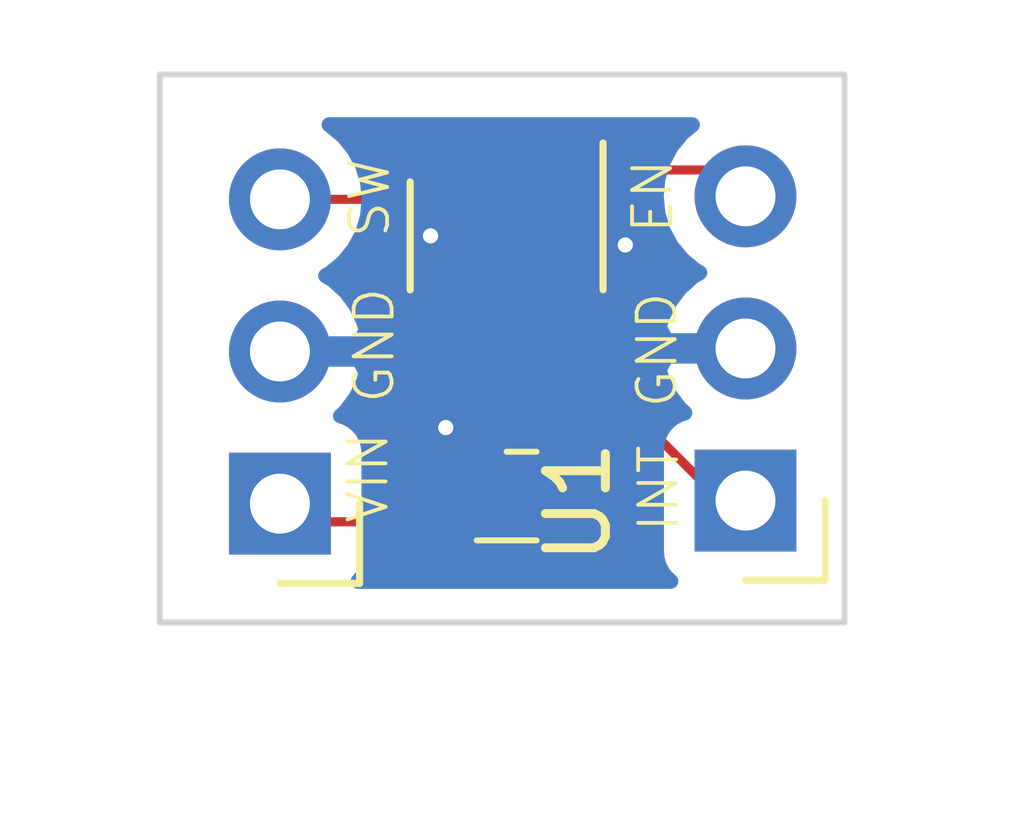
<source format=kicad_pcb>
(kicad_pcb (version 20171130) (host pcbnew "(5.1.4)-1")

  (general
    (thickness 1.6)
    (drawings 10)
    (tracks 48)
    (zones 0)
    (modules 4)
    (nets 7)
  )

  (page A4)
  (layers
    (0 Top signal)
    (31 Bottom signal)
    (32 B.Adhes user)
    (33 F.Adhes user)
    (34 B.Paste user)
    (35 F.Paste user)
    (36 B.SilkS user)
    (37 F.SilkS user)
    (38 B.Mask user)
    (39 F.Mask user)
    (40 Dwgs.User user)
    (41 Cmts.User user)
    (42 Eco1.User user)
    (43 Eco2.User user)
    (44 Edge.Cuts user)
    (45 Margin user)
    (46 B.CrtYd user)
    (47 F.CrtYd user)
    (48 B.Fab user)
    (49 F.Fab user)
  )

  (setup
    (last_trace_width 0.1524)
    (user_trace_width 0.1524)
    (user_trace_width 0.2032)
    (user_trace_width 0.254)
    (user_trace_width 0.3048)
    (user_trace_width 0.3556)
    (user_trace_width 0.4064)
    (user_trace_width 0.508)
    (user_trace_width 0.6096)
    (user_trace_width 0.762)
    (trace_clearance 0.1524)
    (zone_clearance 0.508)
    (zone_45_only no)
    (trace_min 0.1524)
    (via_size 0.8)
    (via_drill 0.4)
    (via_min_size 0.254)
    (via_min_drill 0.254)
    (user_via 0.508 0.254)
    (uvia_size 0.3)
    (uvia_drill 0.1)
    (uvias_allowed no)
    (uvia_min_size 0.2)
    (uvia_min_drill 0.1)
    (edge_width 0.1)
    (segment_width 0.2)
    (pcb_text_width 0.3)
    (pcb_text_size 1.5 1.5)
    (mod_edge_width 0.15)
    (mod_text_size 1 1)
    (mod_text_width 0.15)
    (pad_size 1.524 1.524)
    (pad_drill 0.762)
    (pad_to_mask_clearance 0.051)
    (solder_mask_min_width 0.25)
    (aux_axis_origin 0 0)
    (visible_elements 7FFFFFFF)
    (pcbplotparams
      (layerselection 0x010fc_ffffffff)
      (usegerberextensions false)
      (usegerberattributes false)
      (usegerberadvancedattributes false)
      (creategerberjobfile false)
      (excludeedgelayer true)
      (linewidth 0.100000)
      (plotframeref false)
      (viasonmask false)
      (mode 1)
      (useauxorigin false)
      (hpglpennumber 1)
      (hpglpenspeed 20)
      (hpglpendiameter 15.000000)
      (psnegative false)
      (psa4output false)
      (plotreference true)
      (plotvalue true)
      (plotinvisibletext false)
      (padsonsilk false)
      (subtractmaskfromsilk false)
      (outputformat 1)
      (mirror false)
      (drillshape 1)
      (scaleselection 1)
      (outputdirectory ""))
  )

  (net 0 "")
  (net 1 /SW)
  (net 2 /GND)
  (net 3 /VIN)
  (net 4 /LDO_EN)
  (net 5 /SW_INT)
  (net 6 /SW2v5)

  (net_class Default "This is the default net class."
    (clearance 0.1524)
    (trace_width 0.1524)
    (via_dia 0.8)
    (via_drill 0.4)
    (uvia_dia 0.3)
    (uvia_drill 0.1)
    (add_net /GND)
    (add_net /LDO_EN)
    (add_net /SW)
    (add_net /SW2v5)
    (add_net /SW_INT)
    (add_net /VIN)
  )

  (module Package_DFN_QFN:UDFN-4_1x1mm_P0.65mm (layer Top) (tedit 5A02F385) (tstamp 5E9C5D48)
    (at 136.0932 93.6498 270)
    (descr UDFN-4_1x1mm_P0.65mm)
    (tags UDFN-4_1x1mm_P0.65mm)
    (path /5E9C5DA1)
    (attr smd)
    (fp_text reference U1 (at 0.1016 -1.1938 90) (layer F.SilkS)
      (effects (font (size 1 1) (thickness 0.15)))
    )
    (fp_text value TCR3UM18ALF (at 0.47 2.34 90) (layer F.Fab)
      (effects (font (size 1 1) (thickness 0.15)))
    )
    (fp_text user %R (at 0.04 0.08 90) (layer F.Fab)
      (effects (font (size 0.25 0.25) (thickness 0.025)))
    )
    (fp_line (start 0.5 -0.5) (end 0.5 0.5) (layer F.Fab) (width 0.1))
    (fp_line (start -0.12 -0.5) (end 0.5 -0.5) (layer F.Fab) (width 0.1))
    (fp_line (start -0.5 0.5) (end -0.5 -0.12) (layer F.Fab) (width 0.1))
    (fp_line (start 0.5 0.5) (end -0.5 0.5) (layer F.Fab) (width 0.1))
    (fp_line (start -0.12 -0.5) (end -0.5 -0.12) (layer F.Fab) (width 0.1))
    (fp_line (start -1.5 1.5) (end -1.5 -1.5) (layer F.CrtYd) (width 0.05))
    (fp_line (start 1.5 1.5) (end -1.5 1.5) (layer F.CrtYd) (width 0.05))
    (fp_line (start 1.5 -1.5) (end 1.5 1.5) (layer F.CrtYd) (width 0.05))
    (fp_line (start -1.5 -1.5) (end 1.5 -1.5) (layer F.CrtYd) (width 0.05))
    (fp_line (start -0.74 -0.5) (end -0.74 0) (layer F.SilkS) (width 0.1))
    (fp_line (start 0.74 -0.5) (end 0.74 0.5) (layer F.SilkS) (width 0.1))
    (pad 2 smd rect (at -0.345 0.415) (size 0.07 0.19) (layers Top F.Paste F.Mask)
      (net 2 /GND))
    (pad 2 smd trapezoid (at -0.43 0.29) (size 0.18 0.18) (rect_delta 0.1799 0 ) (layers Top F.Paste F.Mask)
      (net 2 /GND))
    (pad 1 smd trapezoid (at -0.43 -0.3 90) (size 0.2 0.2) (rect_delta 0 0.19999 ) (layers Top F.Paste F.Mask)
      (net 6 /SW2v5))
    (pad 2 smd rect (at -0.54 0.325 180) (size 0.25 0.22) (layers Top F.Paste F.Mask)
      (net 2 /GND))
    (pad 5 smd rect (at 0 0.17 225) (size 0.24 0.24) (layers Top F.Paste F.Mask)
      (net 2 /GND))
    (pad 1 smd rect (at -0.54 -0.325 180) (size 0.25 0.22) (layers Top F.Paste F.Mask)
      (net 6 /SW2v5))
    (pad 4 smd rect (at 0.54 -0.325 180) (size 0.25 0.22) (layers Top F.Paste F.Mask)
      (net 3 /VIN))
    (pad 4 smd trapezoid (at 0.425 -0.29 180) (size 0.18 0.18) (rect_delta 0.1799 0 ) (layers Top F.Paste F.Mask)
      (net 3 /VIN))
    (pad 4 smd rect (at 0.34 -0.415) (size 0.07 0.19) (layers Top F.Paste F.Mask)
      (net 3 /VIN))
    (pad 3 smd rect (at 0.54 0.325 180) (size 0.25 0.22) (layers Top F.Paste F.Mask)
      (net 3 /VIN))
    (pad 3 smd trapezoid (at 0.43 0.29 270) (size 0.18 0.18) (rect_delta 0 0.17999 ) (layers Top F.Paste F.Mask)
      (net 3 /VIN))
    (pad 1 smd trapezoid (at -0.38 -0.35 90) (size 0.2 0.2) (rect_delta 0 0.19999 ) (layers Top F.Paste F.Mask)
      (net 6 /SW2v5))
    (pad 3 smd rect (at 0.345 0.415) (size 0.07 0.19) (layers Top F.Paste F.Mask)
      (net 3 /VIN))
    (pad 5 smd rect (at 0.17 0 225) (size 0.24 0.24) (layers Top F.Paste F.Mask)
      (net 2 /GND))
    (pad 5 smd rect (at -0.17 0 225) (size 0.24 0.24) (layers Top F.Paste F.Mask)
      (net 2 /GND))
    (pad 5 smd rect (at 0 -0.17 225) (size 0.24 0.24) (layers Top F.Paste F.Mask)
      (net 2 /GND))
    (model ${KISYS3DMOD}/Package_DFN_QFN.3dshapes/UDFN-4_1x1mm_P0.65mm.wrl
      (at (xyz 0 0 0))
      (scale (xyz 1 1 1))
      (rotate (xyz 0 0 0))
    )
  )

  (module Package_TO_SOT_SMD:SOT-23-6 (layer Top) (tedit 5A02FF57) (tstamp 5E8A575E)
    (at 136.0932 89.3064 270)
    (descr "6-pin SOT-23 package")
    (tags SOT-23-6)
    (path /5E8F1EF9)
    (attr smd)
    (fp_text reference U2 (at 0 -2.9 90) (layer F.SilkS) hide
      (effects (font (size 1 1) (thickness 0.15)))
    )
    (fp_text value ATtiny10-TS (at 0 2.9 135) (layer F.Fab)
      (effects (font (size 1 1) (thickness 0.15)))
    )
    (fp_text user %R (at 0 0) (layer F.Fab)
      (effects (font (size 0.5 0.5) (thickness 0.075)))
    )
    (fp_line (start -0.9 1.61) (end 0.9 1.61) (layer F.SilkS) (width 0.12))
    (fp_line (start 0.9 -1.61) (end -1.55 -1.61) (layer F.SilkS) (width 0.12))
    (fp_line (start 1.9 -1.8) (end -1.9 -1.8) (layer F.CrtYd) (width 0.05))
    (fp_line (start 1.9 1.8) (end 1.9 -1.8) (layer F.CrtYd) (width 0.05))
    (fp_line (start -1.9 1.8) (end 1.9 1.8) (layer F.CrtYd) (width 0.05))
    (fp_line (start -1.9 -1.8) (end -1.9 1.8) (layer F.CrtYd) (width 0.05))
    (fp_line (start -0.9 -0.9) (end -0.25 -1.55) (layer F.Fab) (width 0.1))
    (fp_line (start 0.9 -1.55) (end -0.25 -1.55) (layer F.Fab) (width 0.1))
    (fp_line (start -0.9 -0.9) (end -0.9 1.55) (layer F.Fab) (width 0.1))
    (fp_line (start 0.9 1.55) (end -0.9 1.55) (layer F.Fab) (width 0.1))
    (fp_line (start 0.9 -1.55) (end 0.9 1.55) (layer F.Fab) (width 0.1))
    (pad 1 smd rect (at -1.1 -0.95 270) (size 1.06 0.65) (layers Top F.Paste F.Mask)
      (net 4 /LDO_EN))
    (pad 2 smd rect (at -1.1 0 270) (size 1.06 0.65) (layers Top F.Paste F.Mask)
      (net 2 /GND))
    (pad 3 smd rect (at -1.1 0.95 270) (size 1.06 0.65) (layers Top F.Paste F.Mask)
      (net 1 /SW))
    (pad 4 smd rect (at 1.1 0.95 270) (size 1.06 0.65) (layers Top F.Paste F.Mask)
      (net 5 /SW_INT))
    (pad 6 smd rect (at 1.1 -0.95 270) (size 1.06 0.65) (layers Top F.Paste F.Mask))
    (pad 5 smd rect (at 1.1 0 270) (size 1.06 0.65) (layers Top F.Paste F.Mask)
      (net 6 /SW2v5))
    (model ${KISYS3DMOD}/Package_TO_SOT_SMD.3dshapes/SOT-23-6.wrl
      (at (xyz 0 0 0))
      (scale (xyz 1 1 1))
      (rotate (xyz 0 0 0))
    )
  )

  (module Connector_PinHeader_2.54mm:PinHeader_1x03_P2.54mm_Vertical (layer Top) (tedit 5E89F409) (tstamp 5E8A5FB5)
    (at 140.081 93.726 180)
    (descr "Through hole straight pin header, 1x03, 2.54mm pitch, single row")
    (tags "Through hole pin header THT 1x03 2.54mm single row")
    (path /5E8F441F)
    (fp_text reference J2 (at 0 -2.33) (layer F.SilkS) hide
      (effects (font (size 1 1) (thickness 0.15)))
    )
    (fp_text value Conn_01x03 (at 0 7.41) (layer F.Fab)
      (effects (font (size 1 1) (thickness 0.15)))
    )
    (fp_text user %R (at 0 2.54 90) (layer F.Fab)
      (effects (font (size 1 1) (thickness 0.15)))
    )
    (fp_line (start 1.8 -1.8) (end -1.8 -1.8) (layer F.CrtYd) (width 0.05))
    (fp_line (start 1.8 6.85) (end 1.8 -1.8) (layer F.CrtYd) (width 0.05))
    (fp_line (start -1.8 6.85) (end 1.8 6.85) (layer F.CrtYd) (width 0.05))
    (fp_line (start -1.8 -1.8) (end -1.8 6.85) (layer F.CrtYd) (width 0.05))
    (fp_line (start -1.33 -1.33) (end 0 -1.33) (layer F.SilkS) (width 0.12))
    (fp_line (start -1.33 0) (end -1.33 -1.33) (layer F.SilkS) (width 0.12))
    (fp_line (start -1.27 -0.635) (end -0.635 -1.27) (layer F.Fab) (width 0.1))
    (fp_line (start -1.27 6.35) (end -1.27 -0.635) (layer F.Fab) (width 0.1))
    (fp_line (start 1.27 6.35) (end -1.27 6.35) (layer F.Fab) (width 0.1))
    (fp_line (start 1.27 -1.27) (end 1.27 6.35) (layer F.Fab) (width 0.1))
    (fp_line (start -0.635 -1.27) (end 1.27 -1.27) (layer F.Fab) (width 0.1))
    (pad 3 thru_hole oval (at 0 5.08 180) (size 1.7 1.7) (drill 1) (layers *.Cu *.Mask)
      (net 4 /LDO_EN))
    (pad 2 thru_hole oval (at 0 2.54 180) (size 1.7 1.7) (drill 1) (layers *.Cu *.Mask)
      (net 2 /GND))
    (pad 1 thru_hole rect (at 0 0 180) (size 1.7 1.7) (drill 1) (layers *.Cu *.Mask)
      (net 5 /SW_INT))
    (model ${KISYS3DMOD}/Connector_PinHeader_2.54mm.3dshapes/PinHeader_1x03_P2.54mm_Vertical.wrl
      (offset (xyz 0 0 -0.6096))
      (scale (xyz 1 1 1))
      (rotate (xyz 0 180 0))
    )
  )

  (module Connector_PinHeader_2.54mm:PinHeader_1x03_P2.54mm_Vertical (layer Top) (tedit 5E89F3F1) (tstamp 5E8A6375)
    (at 132.3086 93.7768 180)
    (descr "Through hole straight pin header, 1x03, 2.54mm pitch, single row")
    (tags "Through hole pin header THT 1x03 2.54mm single row")
    (path /5E8F3CC0)
    (fp_text reference J1 (at 0 -2.33) (layer F.SilkS) hide
      (effects (font (size 1 1) (thickness 0.15)))
    )
    (fp_text value Conn_01x03 (at 0 7.41) (layer F.Fab)
      (effects (font (size 1 1) (thickness 0.15)))
    )
    (fp_text user %R (at 0.2032 2.4384 180) (layer F.Fab)
      (effects (font (size 1 1) (thickness 0.15)))
    )
    (fp_line (start 1.8 -1.8) (end -1.8 -1.8) (layer F.CrtYd) (width 0.05))
    (fp_line (start 1.8 6.85) (end 1.8 -1.8) (layer F.CrtYd) (width 0.05))
    (fp_line (start -1.8 6.85) (end 1.8 6.85) (layer F.CrtYd) (width 0.05))
    (fp_line (start -1.8 -1.8) (end -1.8 6.85) (layer F.CrtYd) (width 0.05))
    (fp_line (start -1.33 -1.33) (end 0 -1.33) (layer F.SilkS) (width 0.12))
    (fp_line (start -1.33 0) (end -1.33 -1.33) (layer F.SilkS) (width 0.12))
    (fp_line (start -1.27 -0.635) (end -0.635 -1.27) (layer F.Fab) (width 0.1))
    (fp_line (start 1.27 6.35) (end -1.27 6.35) (layer F.Fab) (width 0.1))
    (fp_line (start 1.27 -1.27) (end 1.27 6.35) (layer F.Fab) (width 0.1))
    (fp_line (start -0.635 -1.27) (end 1.27 -1.27) (layer F.Fab) (width 0.1))
    (pad 3 thru_hole oval (at 0 5.08 180) (size 1.7 1.7) (drill 1) (layers *.Cu *.Mask)
      (net 1 /SW))
    (pad 2 thru_hole oval (at 0 2.54 180) (size 1.7 1.7) (drill 1) (layers *.Cu *.Mask)
      (net 2 /GND))
    (pad 1 thru_hole rect (at 0 0 180) (size 1.7 1.7) (drill 1) (layers *.Cu *.Mask)
      (net 3 /VIN))
    (model ${KISYS3DMOD}/Connector_PinHeader_2.54mm.3dshapes/PinHeader_1x03_P2.54mm_Vertical.wrl
      (offset (xyz 0 0 -0.6096))
      (scale (xyz 1 1 1))
      (rotate (xyz 0 180 0))
    )
  )

  (gr_line (start 130.302 95.758) (end 130.302 86.614) (layer Edge.Cuts) (width 0.1))
  (gr_line (start 141.732 95.758) (end 130.302 95.758) (layer Edge.Cuts) (width 0.1))
  (gr_line (start 141.732 86.614) (end 141.732 95.758) (layer Edge.Cuts) (width 0.1))
  (gr_line (start 130.302 86.614) (end 141.732 86.614) (layer Edge.Cuts) (width 0.1))
  (gr_text EN (at 138.5316 88.646 90) (layer F.SilkS) (tstamp 5E8A583D)
    (effects (font (size 0.635 0.635) (thickness 0.0635)))
  )
  (gr_text INT (at 138.6332 93.5228 90) (layer F.SilkS) (tstamp 5E8A5821)
    (effects (font (size 0.635 0.635) (thickness 0.0635)))
  )
  (gr_text GND (at 138.6078 91.2114 90) (layer F.SilkS) (tstamp 5E8A581A)
    (effects (font (size 0.635 0.635) (thickness 0.0635)))
  )
  (gr_text SW (at 133.8072 88.6714 90) (layer F.SilkS) (tstamp 5E8A553F)
    (effects (font (size 0.635 0.635) (thickness 0.0635)))
  )
  (gr_text GND (at 133.8834 91.1352 90) (layer F.SilkS) (tstamp 5E8A5537)
    (effects (font (size 0.635 0.635) (thickness 0.0635)))
  )
  (gr_text VIN (at 133.7818 93.345 90) (layer F.SilkS)
    (effects (font (size 0.635 0.635) (thickness 0.0635)))
  )

  (segment (start 134.6528 88.6968) (end 135.1432 88.2064) (width 0.1524) (layer Top) (net 1))
  (segment (start 132.3086 88.6968) (end 134.6528 88.6968) (width 0.1524) (layer Top) (net 1))
  (via (at 134.8232 89.3064) (size 0.508) (drill 0.254) (layers Top Bottom) (net 2))
  (segment (start 135.164599 88.965001) (end 134.8232 89.3064) (width 0.1524) (layer Top) (net 2))
  (segment (start 136.016999 88.965001) (end 135.164599 88.965001) (width 0.1524) (layer Top) (net 2))
  (segment (start 136.0932 88.2064) (end 136.0932 88.8888) (width 0.1524) (layer Top) (net 2))
  (segment (start 136.0932 88.8888) (end 136.016999 88.965001) (width 0.1524) (layer Top) (net 2))
  (via (at 138.0744 89.4588) (size 0.508) (drill 0.254) (layers Top Bottom) (net 2))
  (segment (start 137.580601 88.965001) (end 138.0744 89.4588) (width 0.1524) (layer Top) (net 2))
  (segment (start 136.0932 88.8888) (end 136.169401 88.965001) (width 0.1524) (layer Top) (net 2))
  (segment (start 136.169401 88.965001) (end 137.580601 88.965001) (width 0.1524) (layer Top) (net 2))
  (via (at 135.0772 92.5068) (size 0.508) (drill 0.254) (layers Top Bottom) (net 2))
  (segment (start 135.1652 92.5068) (end 135.0772 92.5068) (width 0.1524) (layer Top) (net 2))
  (segment (start 135.7682 93.1098) (end 135.1652 92.5068) (width 0.1524) (layer Top) (net 2))
  (segment (start 135.9232 93.2498) (end 135.9232 93.471991) (width 0.1524) (layer Top) (net 2))
  (segment (start 135.7682 93.1098) (end 135.7832 93.1098) (width 0.1524) (layer Top) (net 2))
  (segment (start 135.7832 93.1098) (end 135.9232 93.2498) (width 0.1524) (layer Top) (net 2))
  (segment (start 136.085391 93.471991) (end 136.0932 93.4798) (width 0.1524) (layer Top) (net 2))
  (segment (start 135.9232 93.471991) (end 136.085391 93.471991) (width 0.1524) (layer Top) (net 2))
  (segment (start 136.0932 93.4798) (end 136.2632 93.6498) (width 0.1524) (layer Top) (net 2))
  (segment (start 135.9232 93.6498) (end 136.0932 93.8198) (width 0.1524) (layer Top) (net 2))
  (segment (start 135.9232 93.6498) (end 135.9232 93.471991) (width 0.1524) (layer Top) (net 2))
  (segment (start 135.8032 93.2198) (end 135.7358 93.2198) (width 0.1524) (layer Top) (net 2))
  (segment (start 135.6782 93.2774) (end 135.6782 93.3048) (width 0.1524) (layer Top) (net 2))
  (segment (start 135.7358 93.2198) (end 135.6782 93.2774) (width 0.1524) (layer Top) (net 2))
  (segment (start 132.6116 94.0798) (end 132.3086 93.7768) (width 0.1524) (layer Top) (net 3))
  (segment (start 135.8032 94.0798) (end 132.6116 94.0798) (width 0.1524) (layer Top) (net 3))
  (segment (start 136.267478 94.190522) (end 136.3832 94.0748) (width 0.1524) (layer Top) (net 3))
  (segment (start 136.239884 94.218116) (end 136.267478 94.190522) (width 0.1524) (layer Top) (net 3))
  (segment (start 135.998504 94.218116) (end 136.239884 94.218116) (width 0.1524) (layer Top) (net 3))
  (segment (start 135.970188 94.1898) (end 135.998504 94.218116) (width 0.1524) (layer Top) (net 3))
  (segment (start 135.7682 94.1898) (end 135.970188 94.1898) (width 0.1524) (layer Top) (net 3))
  (segment (start 135.7182 93.9948) (end 135.8032 94.0798) (width 0.1524) (layer Top) (net 3))
  (segment (start 135.6782 93.9948) (end 135.7182 93.9948) (width 0.1524) (layer Top) (net 3))
  (segment (start 136.4182 94.0798) (end 136.5082 93.9898) (width 0.1524) (layer Top) (net 3))
  (segment (start 136.4182 94.1898) (end 136.4182 94.0798) (width 0.1524) (layer Top) (net 3))
  (segment (start 139.6414 88.2064) (end 140.081 88.646) (width 0.1524) (layer Top) (net 4))
  (segment (start 137.0432 88.2064) (end 139.6414 88.2064) (width 0.1524) (layer Top) (net 4))
  (segment (start 135.1432 89.724) (end 135.4592 89.408) (width 0.1524) (layer Top) (net 5))
  (segment (start 135.1432 90.4064) (end 135.1432 89.724) (width 0.1524) (layer Top) (net 5))
  (segment (start 135.4592 89.408) (end 137.311282 89.408) (width 0.1524) (layer Top) (net 5))
  (segment (start 137.311282 89.408) (end 138.3284 90.425118) (width 0.1524) (layer Top) (net 5))
  (segment (start 138.3284 90.425118) (end 138.3284 92.3798) (width 0.1524) (layer Top) (net 5))
  (segment (start 139.6746 93.726) (end 140.081 93.726) (width 0.1524) (layer Top) (net 5))
  (segment (start 138.3284 92.3798) (end 139.6746 93.726) (width 0.1524) (layer Top) (net 5))
  (segment (start 135.8991 90.6005) (end 136.0932 90.4064) (width 0.1524) (layer Top) (net 6))
  (segment (start 136.4182 90.7314) (end 136.0932 90.4064) (width 0.1524) (layer Top) (net 6))
  (segment (start 136.4182 93.1098) (end 136.4182 90.7314) (width 0.1524) (layer Top) (net 6))

  (zone (net 2) (net_name /GND) (layer Bottom) (tstamp 0) (hatch edge 0.508)
    (connect_pads (clearance 0.508))
    (min_thickness 0.254)
    (fill yes (arc_segments 32) (thermal_gap 0.508) (thermal_bridge_width 0.508))
    (polygon
      (pts
        (xy 130.8862 87.3252) (xy 141.3256 87.3252) (xy 141.3256 95.2754) (xy 130.9116 95.2754)
      )
    )
    (filled_polygon
      (pts
        (xy 139.025866 87.590866) (xy 138.840294 87.816986) (xy 138.702401 88.074966) (xy 138.617487 88.354889) (xy 138.588815 88.646)
        (xy 138.617487 88.937111) (xy 138.702401 89.217034) (xy 138.840294 89.475014) (xy 139.025866 89.701134) (xy 139.251986 89.886706)
        (xy 139.316523 89.921201) (xy 139.199645 89.990822) (xy 138.983412 90.185731) (xy 138.809359 90.41908) (xy 138.684175 90.681901)
        (xy 138.639524 90.82911) (xy 138.760845 91.059) (xy 139.954 91.059) (xy 139.954 91.039) (xy 140.208 91.039)
        (xy 140.208 91.059) (xy 140.228 91.059) (xy 140.228 91.313) (xy 140.208 91.313) (xy 140.208 91.333)
        (xy 139.954 91.333) (xy 139.954 91.313) (xy 138.760845 91.313) (xy 138.639524 91.54289) (xy 138.684175 91.690099)
        (xy 138.809359 91.95292) (xy 138.983412 92.186269) (xy 139.067466 92.262034) (xy 138.98682 92.286498) (xy 138.876506 92.345463)
        (xy 138.779815 92.424815) (xy 138.700463 92.521506) (xy 138.641498 92.63182) (xy 138.605188 92.751518) (xy 138.592928 92.876)
        (xy 138.592928 94.576) (xy 138.605188 94.700482) (xy 138.641498 94.82018) (xy 138.700463 94.930494) (xy 138.779815 95.027185)
        (xy 138.835641 95.073) (xy 133.613876 95.073) (xy 133.689137 94.981294) (xy 133.748102 94.87098) (xy 133.784412 94.751282)
        (xy 133.796672 94.6268) (xy 133.796672 92.9268) (xy 133.784412 92.802318) (xy 133.748102 92.68262) (xy 133.689137 92.572306)
        (xy 133.609785 92.475615) (xy 133.513094 92.396263) (xy 133.40278 92.337298) (xy 133.322134 92.312834) (xy 133.406188 92.237069)
        (xy 133.580241 92.00372) (xy 133.705425 91.740899) (xy 133.750076 91.59369) (xy 133.628755 91.3638) (xy 132.4356 91.3638)
        (xy 132.4356 91.3838) (xy 132.1816 91.3838) (xy 132.1816 91.3638) (xy 132.1616 91.3638) (xy 132.1616 91.1098)
        (xy 132.1816 91.1098) (xy 132.1816 91.0898) (xy 132.4356 91.0898) (xy 132.4356 91.1098) (xy 133.628755 91.1098)
        (xy 133.750076 90.87991) (xy 133.705425 90.732701) (xy 133.580241 90.46988) (xy 133.406188 90.236531) (xy 133.189955 90.041622)
        (xy 133.073077 89.972001) (xy 133.137614 89.937506) (xy 133.363734 89.751934) (xy 133.549306 89.525814) (xy 133.687199 89.267834)
        (xy 133.772113 88.987911) (xy 133.800785 88.6968) (xy 133.772113 88.405689) (xy 133.687199 88.125766) (xy 133.549306 87.867786)
        (xy 133.363734 87.641666) (xy 133.137614 87.456094) (xy 133.130329 87.4522) (xy 139.194831 87.4522)
      )
    )
  )
)

</source>
